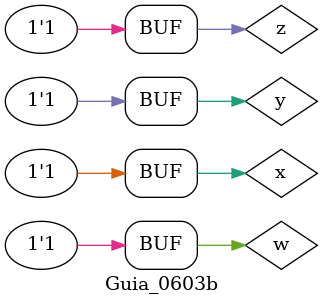
<source format=v>
/*
 Guia_0603b.v - v0.0. - 28 / 08 / 2022
 Autor    : Gabriel Vargas Bento de Souza
 Matricula: 778023
 */

/* 
 Soma dos produtos
                  ___
f(x, y, w, z) =  \   m (0,1,3,5,8,9,13)  = SoP(0,1,3,5,8,9,13)
                 /___
*/ 

/**
 SoP(0,1,3,5,8,9,13)
 */
module SoP (output s,
            input  x, y, w, z);
   assign s = (~x & ~y & ~w & ~z)  // 0
            | (~x & ~y & ~w &  z)  // 1
            | (~x & ~y &  w &  z)  // 3
            | (~x &  y & ~w &  z)  // 5
            | ( x & ~y & ~w & ~z)  // 8
            | ( x & ~y & ~w &  z)  // 9
            | ( x &  y & ~w &  z); // 13
endmodule // SoP

/**
 SoP(0,1,3,5,8,9,13)_Simplificado = w'.z + y'.w'.z' + x'.y'.z
 */
module SoP_simple (output s,
                   input  x, y, w, z);
   assign s = (~w & z)
            | (~y & ~w & ~z)
            | (~x & ~y &  z);
endmodule // SoP_simple

/**
  Guia_0603b.v
 */
module Guia_0603b;
   reg  x, y, w, z;
   wire s1, s2;
   
   // instancias
   SoP        SOP1 (s1, x, y, w, z);
   SoP_simple SOP2 (s2, x, y, w, z);
   
   // valores iniciais
   initial begin: start
      x=1'bx; y=1'bx; w=1'bx; z=1'bx;
   end

   // parte principal
   initial begin: main
       $display("Gabriel Vargas Bento de Souza - 778023");
       $display("Guia_06");
       $display("\n03.b) SoP (0,1,3,5,8,9,13)\n");

       // monitoramento
       $display(" x  y  w  z  s1  s2");
       $monitor("%2b %2b %2b %2b %2b %3b", x,  y, w, z,  s1, s2);

       // sinalizacao
          x=0; y=0; w=0; z=0;
       #1                z=1;
       #1           w=1; z=0;
       #1                z=1;
       #1      y=1; w=0; z=0;
       #1                z=1;
       #1           w=1; z=0;
       #1                z=1;
       #1 x=1; y=0; w=0; z=0;
       #1                z=1;
       #1           w=1; z=0;
       #1                z=1;
       #1      y=1; w=0; z=0;
       #1                z=1;
       #1           w=1; z=0;
       #1                z=1;
   end
endmodule // Guia_0603b

/*
C:\Users\Gabriel\Desktop\CC-PUC\2Periodo\ARQ1\Tarefas\Guia06>vvp Guia_0603b.vvp
Gabriel Vargas Bento de Souza - 778023
Guia_06

03.b) SoP (0,1,3,5,8,9,13)

 x  y  w  z  s1  s2
 0  0  0  0  1   1
 0  0  0  1  1   1
 0  0  1  0  0   0
 0  0  1  1  1   1
 0  1  0  0  0   0
 0  1  0  1  1   1
 0  1  1  0  0   0
 0  1  1  1  0   0
 1  0  0  0  1   1
 1  0  0  1  1   1
 1  0  1  0  0   0
 1  0  1  1  0   0
 1  1  0  0  0   0
 1  1  0  1  1   1
 1  1  1  0  0   0
 1  1  1  1  0   0
*/
</source>
